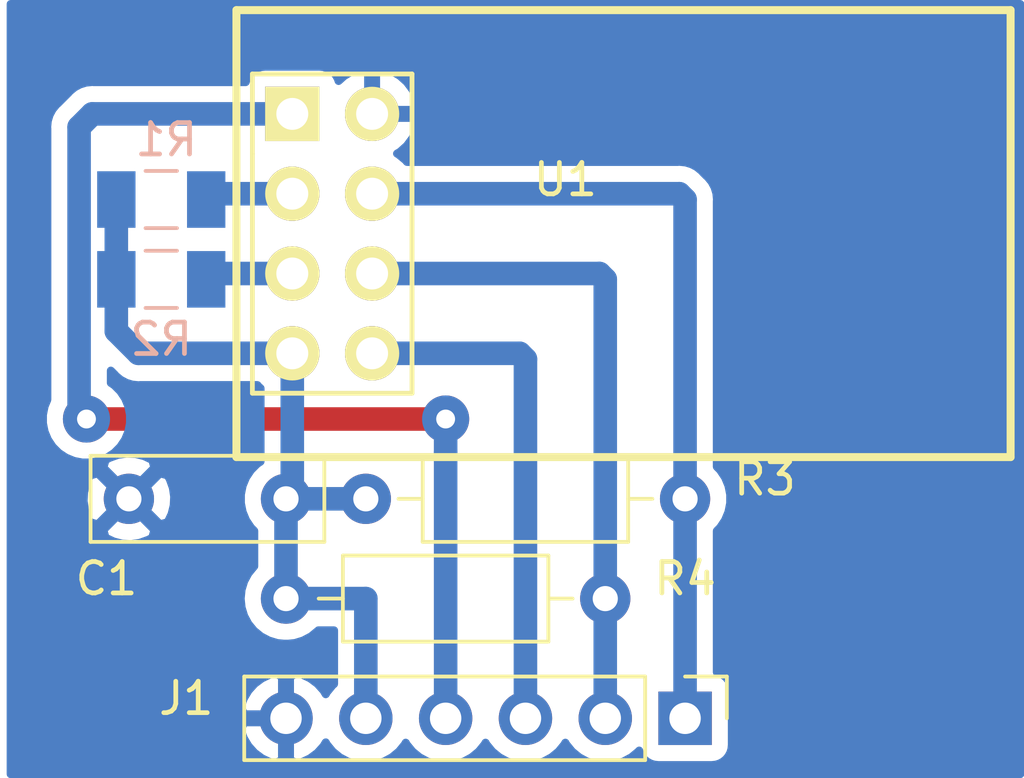
<source format=kicad_pcb>
(kicad_pcb (version 20171130) (host pcbnew "(5.0.0-rc2-58-gfc71fc647)")

  (general
    (thickness 1.6)
    (drawings 0)
    (tracks 34)
    (zones 0)
    (modules 7)
    (nets 9)
  )

  (page A4)
  (layers
    (0 F.Cu signal)
    (31 B.Cu signal)
    (32 B.Adhes user)
    (33 F.Adhes user)
    (34 B.Paste user)
    (35 F.Paste user)
    (36 B.SilkS user)
    (37 F.SilkS user)
    (38 B.Mask user)
    (39 F.Mask user)
    (40 Dwgs.User user hide)
    (41 Cmts.User user hide)
    (42 Eco1.User user hide)
    (43 Eco2.User user hide)
    (44 Edge.Cuts user hide)
    (45 Margin user hide)
    (46 B.CrtYd user)
    (47 F.CrtYd user)
    (48 B.Fab user)
    (49 F.Fab user)
  )

  (setup
    (last_trace_width 0.75)
    (trace_clearance 0.2)
    (zone_clearance 0.508)
    (zone_45_only no)
    (trace_min 0.2)
    (segment_width 0.2)
    (edge_width 0.15)
    (via_size 1.5)
    (via_drill 0.6)
    (via_min_size 0.4)
    (via_min_drill 0.3)
    (uvia_size 1.5)
    (uvia_drill 0.6)
    (uvias_allowed no)
    (uvia_min_size 0.2)
    (uvia_min_drill 0.1)
    (pcb_text_width 0.3)
    (pcb_text_size 1.5 1.5)
    (mod_edge_width 0.15)
    (mod_text_size 1 1)
    (mod_text_width 0.15)
    (pad_size 1.524 1.524)
    (pad_drill 0.762)
    (pad_to_mask_clearance 0.2)
    (aux_axis_origin 0 0)
    (visible_elements FFFFFF7F)
    (pcbplotparams
      (layerselection 0x010fc_ffffffff)
      (usegerberextensions false)
      (usegerberattributes false)
      (usegerberadvancedattributes false)
      (creategerberjobfile false)
      (excludeedgelayer true)
      (linewidth 0.010000)
      (plotframeref false)
      (viasonmask false)
      (mode 1)
      (useauxorigin false)
      (hpglpennumber 1)
      (hpglpenspeed 20)
      (hpglpendiameter 15.000000)
      (psnegative false)
      (psa4output false)
      (plotreference true)
      (plotvalue true)
      (plotinvisibletext false)
      (padsonsilk false)
      (subtractmaskfromsilk false)
      (outputformat 1)
      (mirror false)
      (drillshape 1)
      (scaleselection 1)
      (outputdirectory ""))
  )

  (net 0 "")
  (net 1 3V3)
  (net 2 "Net-(R1-Pad2)")
  (net 3 "Net-(R2-Pad2)")
  (net 4 SDA)
  (net 5 SCL)
  (net 6 hRX)
  (net 7 GND)
  (net 8 hTX)

  (net_class Default "To jest domyślna klasa połączeń."
    (clearance 0.2)
    (trace_width 0.75)
    (via_dia 1.5)
    (via_drill 0.6)
    (uvia_dia 1.5)
    (uvia_drill 0.6)
    (add_net 3V3)
    (add_net GND)
    (add_net "Net-(R1-Pad2)")
    (add_net "Net-(R2-Pad2)")
    (add_net SCL)
    (add_net SDA)
    (add_net hRX)
    (add_net hTX)
  )

  (module ESP8266:ESP-01 (layer F.Cu) (tedit 577EF889) (tstamp 5B2C3123)
    (at 162.125001 77.2845)
    (descr "Module, ESP-8266, ESP-01, 8 pin")
    (tags "Module ESP-8266 ESP8266")
    (path /5B0DB50F)
    (fp_text reference U1 (at 8.689999 2.0905) (layer F.SilkS)
      (effects (font (size 1 1) (thickness 0.15)))
    )
    (fp_text value ESP-01v090 (at 12.192 3.556) (layer F.Fab)
      (effects (font (size 1 1) (thickness 0.15)))
    )
    (fp_line (start -1.778 -3.302) (end 22.86 -3.302) (layer F.SilkS) (width 0.254))
    (fp_line (start 22.86 -3.302) (end 22.86 10.922) (layer F.SilkS) (width 0.254))
    (fp_line (start 22.86 10.922) (end -1.778 10.922) (layer F.SilkS) (width 0.254))
    (fp_line (start -1.778 10.922) (end -1.778 -3.302) (layer F.SilkS) (width 0.254))
    (fp_line (start -1.778 -3.302) (end 22.86 -3.302) (layer F.Fab) (width 0.05))
    (fp_line (start 22.86 -3.302) (end 22.86 10.922) (layer F.Fab) (width 0.05))
    (fp_line (start 22.86 10.922) (end -1.778 10.922) (layer F.Fab) (width 0.05))
    (fp_line (start -1.778 10.922) (end -1.778 -3.302) (layer F.Fab) (width 0.05))
    (fp_line (start 1.27 -1.27) (end -1.27 -1.27) (layer F.SilkS) (width 0.1524))
    (fp_line (start -1.27 -1.27) (end -1.27 1.27) (layer F.SilkS) (width 0.1524))
    (fp_line (start -1.75 -1.75) (end -1.75 9.4) (layer F.CrtYd) (width 0.05))
    (fp_line (start 4.3 -1.75) (end 4.3 9.4) (layer F.CrtYd) (width 0.05))
    (fp_line (start -1.75 -1.75) (end 4.3 -1.75) (layer F.CrtYd) (width 0.05))
    (fp_line (start -1.75 9.4) (end 4.3 9.4) (layer F.CrtYd) (width 0.05))
    (fp_line (start -1.27 1.27) (end -1.27 8.89) (layer F.SilkS) (width 0.1524))
    (fp_line (start -1.27 8.89) (end 3.81 8.89) (layer F.SilkS) (width 0.1524))
    (fp_line (start 3.81 8.89) (end 3.81 -1.27) (layer F.SilkS) (width 0.1524))
    (fp_line (start 3.81 -1.27) (end 1.27 -1.27) (layer F.SilkS) (width 0.1524))
    (pad 1 thru_hole rect (at 0 0) (size 1.7272 1.7272) (drill 1.016) (layers *.Cu *.Mask F.SilkS)
      (net 6 hRX))
    (pad 2 thru_hole oval (at 2.54 0) (size 1.7272 1.7272) (drill 1.016) (layers *.Cu *.Mask F.SilkS)
      (net 7 GND))
    (pad 3 thru_hole oval (at 0 2.54) (size 1.7272 1.7272) (drill 1.016) (layers *.Cu *.Mask F.SilkS)
      (net 2 "Net-(R1-Pad2)"))
    (pad 4 thru_hole oval (at 2.54 2.54) (size 1.7272 1.7272) (drill 1.016) (layers *.Cu *.Mask F.SilkS)
      (net 4 SDA))
    (pad 5 thru_hole oval (at 0 5.08) (size 1.7272 1.7272) (drill 1.016) (layers *.Cu *.Mask F.SilkS)
      (net 3 "Net-(R2-Pad2)"))
    (pad 6 thru_hole oval (at 2.54 5.08) (size 1.7272 1.7272) (drill 1.016) (layers *.Cu *.Mask F.SilkS)
      (net 5 SCL))
    (pad 7 thru_hole oval (at 0 7.62) (size 1.7272 1.7272) (drill 1.016) (layers *.Cu *.Mask F.SilkS)
      (net 1 3V3))
    (pad 8 thru_hole oval (at 2.54 7.62) (size 1.7272 1.7272) (drill 1.016) (layers *.Cu *.Mask F.SilkS)
      (net 8 hTX))
  )

  (module Resistor_SMD:R_1206_3216Metric (layer B.Cu) (tedit 5AC5DB74) (tstamp 5B2C4997)
    (at 157.955 82.55)
    (descr "Resistor SMD 1206 (3216 Metric), square (rectangular) end terminal, IPC_7351 nominal, (Body size source: http://www.tortai-tech.com/upload/download/2011102023233369053.pdf), generated with kicad-footprint-generator")
    (tags resistor)
    (path /5B1FDC54)
    (attr smd)
    (fp_text reference R2 (at 0 1.905) (layer B.SilkS)
      (effects (font (size 1 1) (thickness 0.15)) (justify mirror))
    )
    (fp_text value 10k (at -3.65 0.635) (layer B.Fab)
      (effects (font (size 1 1) (thickness 0.15)) (justify mirror))
    )
    (fp_text user %R (at -3.015 -0.635) (layer B.Fab)
      (effects (font (size 0.8 0.8) (thickness 0.12)) (justify mirror))
    )
    (fp_line (start 2.29 -1.15) (end -2.29 -1.15) (layer B.CrtYd) (width 0.05))
    (fp_line (start 2.29 1.15) (end 2.29 -1.15) (layer B.CrtYd) (width 0.05))
    (fp_line (start -2.29 1.15) (end 2.29 1.15) (layer B.CrtYd) (width 0.05))
    (fp_line (start -2.29 -1.15) (end -2.29 1.15) (layer B.CrtYd) (width 0.05))
    (fp_line (start -0.5 -0.91) (end 0.5 -0.91) (layer B.SilkS) (width 0.12))
    (fp_line (start -0.5 0.91) (end 0.5 0.91) (layer B.SilkS) (width 0.12))
    (fp_line (start 1.6 -0.8) (end -1.6 -0.8) (layer B.Fab) (width 0.1))
    (fp_line (start 1.6 0.8) (end 1.6 -0.8) (layer B.Fab) (width 0.1))
    (fp_line (start -1.6 0.8) (end 1.6 0.8) (layer B.Fab) (width 0.1))
    (fp_line (start -1.6 -0.8) (end -1.6 0.8) (layer B.Fab) (width 0.1))
    (pad 2 smd rect (at 1.43 0) (size 1.22 1.8) (layers B.Cu B.Paste B.Mask)
      (net 3 "Net-(R2-Pad2)"))
    (pad 1 smd rect (at -1.43 0) (size 1.22 1.8) (layers B.Cu B.Paste B.Mask)
      (net 1 3V3))
    (model ${KISYS3DMOD}/Resistor_SMD.3dshapes/R_1206_3216Metric.wrl
      (at (xyz 0 0 0))
      (scale (xyz 1 1 1))
      (rotate (xyz 0 0 0))
    )
  )

  (module Resistor_SMD:R_1206_3216Metric (layer B.Cu) (tedit 5AC5DB74) (tstamp 5B2C4987)
    (at 157.955 80.01)
    (descr "Resistor SMD 1206 (3216 Metric), square (rectangular) end terminal, IPC_7351 nominal, (Body size source: http://www.tortai-tech.com/upload/download/2011102023233369053.pdf), generated with kicad-footprint-generator")
    (tags resistor)
    (path /5B1FE147)
    (attr smd)
    (fp_text reference R1 (at 0.16 -1.905) (layer B.SilkS)
      (effects (font (size 1 1) (thickness 0.15)) (justify mirror))
    )
    (fp_text value 10k (at -3.65 0.635) (layer B.Fab)
      (effects (font (size 1 1) (thickness 0.15)) (justify mirror))
    )
    (fp_line (start -1.6 -0.8) (end -1.6 0.8) (layer B.Fab) (width 0.1))
    (fp_line (start -1.6 0.8) (end 1.6 0.8) (layer B.Fab) (width 0.1))
    (fp_line (start 1.6 0.8) (end 1.6 -0.8) (layer B.Fab) (width 0.1))
    (fp_line (start 1.6 -0.8) (end -1.6 -0.8) (layer B.Fab) (width 0.1))
    (fp_line (start -0.5 0.91) (end 0.5 0.91) (layer B.SilkS) (width 0.12))
    (fp_line (start -0.5 -0.91) (end 0.5 -0.91) (layer B.SilkS) (width 0.12))
    (fp_line (start -2.29 -1.15) (end -2.29 1.15) (layer B.CrtYd) (width 0.05))
    (fp_line (start -2.29 1.15) (end 2.29 1.15) (layer B.CrtYd) (width 0.05))
    (fp_line (start 2.29 1.15) (end 2.29 -1.15) (layer B.CrtYd) (width 0.05))
    (fp_line (start 2.29 -1.15) (end -2.29 -1.15) (layer B.CrtYd) (width 0.05))
    (fp_text user %R (at -3.015 -0.635) (layer B.Fab)
      (effects (font (size 0.8 0.8) (thickness 0.12)) (justify mirror))
    )
    (pad 1 smd rect (at -1.43 0) (size 1.22 1.8) (layers B.Cu B.Paste B.Mask)
      (net 1 3V3))
    (pad 2 smd rect (at 1.43 0) (size 1.22 1.8) (layers B.Cu B.Paste B.Mask)
      (net 2 "Net-(R1-Pad2)"))
    (model ${KISYS3DMOD}/Resistor_SMD.3dshapes/R_1206_3216Metric.wrl
      (at (xyz 0 0 0))
      (scale (xyz 1 1 1))
      (rotate (xyz 0 0 0))
    )
  )

  (module Capacitor_THT:C_Rect_L7.2mm_W2.5mm_P5.00mm_FKS2_FKP2_MKS2_MKP2 (layer F.Cu) (tedit 5AE50EF0) (tstamp 5B2C460C)
    (at 161.925 89.535 180)
    (descr "C, Rect series, Radial, pin pitch=5.00mm, , length*width=7.2*2.5mm^2, Capacitor, http://www.wima.com/EN/WIMA_FKS_2.pdf")
    (tags "C Rect series Radial pin pitch 5.00mm  length 7.2mm width 2.5mm Capacitor")
    (path /5B20244E)
    (fp_text reference C1 (at 5.715 -2.54 180) (layer F.SilkS)
      (effects (font (size 1 1) (thickness 0.15)))
    )
    (fp_text value 100nF (at 4.445 -3.81 180) (layer F.Fab)
      (effects (font (size 1 1) (thickness 0.15)))
    )
    (fp_line (start -1.1 -1.25) (end -1.1 1.25) (layer F.Fab) (width 0.1))
    (fp_line (start -1.1 1.25) (end 6.1 1.25) (layer F.Fab) (width 0.1))
    (fp_line (start 6.1 1.25) (end 6.1 -1.25) (layer F.Fab) (width 0.1))
    (fp_line (start 6.1 -1.25) (end -1.1 -1.25) (layer F.Fab) (width 0.1))
    (fp_line (start -1.22 -1.37) (end 6.22 -1.37) (layer F.SilkS) (width 0.12))
    (fp_line (start -1.22 1.37) (end 6.22 1.37) (layer F.SilkS) (width 0.12))
    (fp_line (start -1.22 -1.37) (end -1.22 1.37) (layer F.SilkS) (width 0.12))
    (fp_line (start 6.22 -1.37) (end 6.22 1.37) (layer F.SilkS) (width 0.12))
    (fp_line (start -1.35 -1.5) (end -1.35 1.5) (layer F.CrtYd) (width 0.05))
    (fp_line (start -1.35 1.5) (end 6.35 1.5) (layer F.CrtYd) (width 0.05))
    (fp_line (start 6.35 1.5) (end 6.35 -1.5) (layer F.CrtYd) (width 0.05))
    (fp_line (start 6.35 -1.5) (end -1.35 -1.5) (layer F.CrtYd) (width 0.05))
    (fp_text user %R (at 5.715 -2.54 180) (layer F.Fab)
      (effects (font (size 1 1) (thickness 0.15)))
    )
    (pad 1 thru_hole circle (at 0 0 180) (size 1.6 1.6) (drill 0.8) (layers *.Cu *.Mask)
      (net 1 3V3))
    (pad 2 thru_hole circle (at 5 0 180) (size 1.6 1.6) (drill 0.8) (layers *.Cu *.Mask)
      (net 7 GND))
    (model ${KISYS3DMOD}/Capacitor_THT.3dshapes/C_Rect_L7.2mm_W2.5mm_P5.00mm_FKS2_FKP2_MKS2_MKP2.wrl
      (at (xyz 0 0 0))
      (scale (xyz 1 1 1))
      (rotate (xyz 0 0 0))
    )
  )

  (module Resistor_THT:R_Axial_DIN0207_L6.3mm_D2.5mm_P10.16mm_Horizontal (layer F.Cu) (tedit 5AE5139B) (tstamp 5B2C3BAE)
    (at 172.085 92.71 180)
    (descr "Resistor, Axial_DIN0207 series, Axial, Horizontal, pin pitch=10.16mm, 0.25W = 1/4W, length*diameter=6.3*2.5mm^2, http://cdn-reichelt.de/documents/datenblatt/B400/1_4W%23YAG.pdf")
    (tags "Resistor Axial_DIN0207 series Axial Horizontal pin pitch 10.16mm 0.25W = 1/4W length 6.3mm diameter 2.5mm")
    (path /5B1FD5F4)
    (fp_text reference R4 (at -2.54 0.635 180) (layer F.SilkS)
      (effects (font (size 1 1) (thickness 0.15)))
    )
    (fp_text value 4k7 (at -2.54 -0.635 180) (layer F.Fab)
      (effects (font (size 1 1) (thickness 0.15)))
    )
    (fp_text user %R (at -2.54 0.635 180) (layer F.Fab)
      (effects (font (size 1 1) (thickness 0.15)))
    )
    (fp_line (start 11.21 -1.5) (end -1.05 -1.5) (layer F.CrtYd) (width 0.05))
    (fp_line (start 11.21 1.5) (end 11.21 -1.5) (layer F.CrtYd) (width 0.05))
    (fp_line (start -1.05 1.5) (end 11.21 1.5) (layer F.CrtYd) (width 0.05))
    (fp_line (start -1.05 -1.5) (end -1.05 1.5) (layer F.CrtYd) (width 0.05))
    (fp_line (start 9.12 0) (end 8.35 0) (layer F.SilkS) (width 0.12))
    (fp_line (start 1.04 0) (end 1.81 0) (layer F.SilkS) (width 0.12))
    (fp_line (start 8.35 -1.37) (end 1.81 -1.37) (layer F.SilkS) (width 0.12))
    (fp_line (start 8.35 1.37) (end 8.35 -1.37) (layer F.SilkS) (width 0.12))
    (fp_line (start 1.81 1.37) (end 8.35 1.37) (layer F.SilkS) (width 0.12))
    (fp_line (start 1.81 -1.37) (end 1.81 1.37) (layer F.SilkS) (width 0.12))
    (fp_line (start 10.16 0) (end 8.23 0) (layer F.Fab) (width 0.1))
    (fp_line (start 0 0) (end 1.93 0) (layer F.Fab) (width 0.1))
    (fp_line (start 8.23 -1.25) (end 1.93 -1.25) (layer F.Fab) (width 0.1))
    (fp_line (start 8.23 1.25) (end 8.23 -1.25) (layer F.Fab) (width 0.1))
    (fp_line (start 1.93 1.25) (end 8.23 1.25) (layer F.Fab) (width 0.1))
    (fp_line (start 1.93 -1.25) (end 1.93 1.25) (layer F.Fab) (width 0.1))
    (pad 2 thru_hole oval (at 10.16 0 180) (size 1.6 1.6) (drill 0.8) (layers *.Cu *.Mask)
      (net 1 3V3))
    (pad 1 thru_hole circle (at 0 0 180) (size 1.6 1.6) (drill 0.8) (layers *.Cu *.Mask)
      (net 5 SCL))
    (model ${KISYS3DMOD}/Resistor_THT.3dshapes/R_Axial_DIN0207_L6.3mm_D2.5mm_P10.16mm_Horizontal.wrl
      (at (xyz 0 0 0))
      (scale (xyz 1 1 1))
      (rotate (xyz 0 0 0))
    )
  )

  (module Resistor_THT:R_Axial_DIN0207_L6.3mm_D2.5mm_P10.16mm_Horizontal (layer F.Cu) (tedit 5AE5139B) (tstamp 5B2C3B98)
    (at 174.625 89.535 180)
    (descr "Resistor, Axial_DIN0207 series, Axial, Horizontal, pin pitch=10.16mm, 0.25W = 1/4W, length*diameter=6.3*2.5mm^2, http://cdn-reichelt.de/documents/datenblatt/B400/1_4W%23YAG.pdf")
    (tags "Resistor Axial_DIN0207 series Axial Horizontal pin pitch 10.16mm 0.25W = 1/4W length 6.3mm diameter 2.5mm")
    (path /5B1FD59B)
    (fp_text reference R3 (at -2.54 0.635 180) (layer F.SilkS)
      (effects (font (size 1 1) (thickness 0.15)))
    )
    (fp_text value 4k7 (at -2.54 -0.635 180) (layer F.Fab)
      (effects (font (size 1 1) (thickness 0.15)))
    )
    (fp_line (start 1.93 -1.25) (end 1.93 1.25) (layer F.Fab) (width 0.1))
    (fp_line (start 1.93 1.25) (end 8.23 1.25) (layer F.Fab) (width 0.1))
    (fp_line (start 8.23 1.25) (end 8.23 -1.25) (layer F.Fab) (width 0.1))
    (fp_line (start 8.23 -1.25) (end 1.93 -1.25) (layer F.Fab) (width 0.1))
    (fp_line (start 0 0) (end 1.93 0) (layer F.Fab) (width 0.1))
    (fp_line (start 10.16 0) (end 8.23 0) (layer F.Fab) (width 0.1))
    (fp_line (start 1.81 -1.37) (end 1.81 1.37) (layer F.SilkS) (width 0.12))
    (fp_line (start 1.81 1.37) (end 8.35 1.37) (layer F.SilkS) (width 0.12))
    (fp_line (start 8.35 1.37) (end 8.35 -1.37) (layer F.SilkS) (width 0.12))
    (fp_line (start 8.35 -1.37) (end 1.81 -1.37) (layer F.SilkS) (width 0.12))
    (fp_line (start 1.04 0) (end 1.81 0) (layer F.SilkS) (width 0.12))
    (fp_line (start 9.12 0) (end 8.35 0) (layer F.SilkS) (width 0.12))
    (fp_line (start -1.05 -1.5) (end -1.05 1.5) (layer F.CrtYd) (width 0.05))
    (fp_line (start -1.05 1.5) (end 11.21 1.5) (layer F.CrtYd) (width 0.05))
    (fp_line (start 11.21 1.5) (end 11.21 -1.5) (layer F.CrtYd) (width 0.05))
    (fp_line (start 11.21 -1.5) (end -1.05 -1.5) (layer F.CrtYd) (width 0.05))
    (fp_text user %R (at -2.54 0.635 180) (layer F.Fab)
      (effects (font (size 1 1) (thickness 0.15)))
    )
    (pad 1 thru_hole circle (at 0 0 180) (size 1.6 1.6) (drill 0.8) (layers *.Cu *.Mask)
      (net 4 SDA))
    (pad 2 thru_hole oval (at 10.16 0 180) (size 1.6 1.6) (drill 0.8) (layers *.Cu *.Mask)
      (net 1 3V3))
    (model ${KISYS3DMOD}/Resistor_THT.3dshapes/R_Axial_DIN0207_L6.3mm_D2.5mm_P10.16mm_Horizontal.wrl
      (at (xyz 0 0 0))
      (scale (xyz 1 1 1))
      (rotate (xyz 0 0 0))
    )
  )

  (module Connector_PinHeader_2.54mm:PinHeader_1x06_P2.54mm_Vertical (layer F.Cu) (tedit 59FED5CC) (tstamp 5B2C313D)
    (at 174.625 96.52 270)
    (descr "Through hole straight pin header, 1x06, 2.54mm pitch, single row")
    (tags "Through hole pin header THT 1x06 2.54mm single row")
    (path /5B1FF737)
    (fp_text reference J1 (at -0.635 15.875) (layer F.SilkS)
      (effects (font (size 1 1) (thickness 0.15)))
    )
    (fp_text value COM (at 0.635 16.51) (layer F.Fab)
      (effects (font (size 1 1) (thickness 0.15)))
    )
    (fp_line (start -0.635 -1.27) (end 1.27 -1.27) (layer F.Fab) (width 0.1))
    (fp_line (start 1.27 -1.27) (end 1.27 13.97) (layer F.Fab) (width 0.1))
    (fp_line (start 1.27 13.97) (end -1.27 13.97) (layer F.Fab) (width 0.1))
    (fp_line (start -1.27 13.97) (end -1.27 -0.635) (layer F.Fab) (width 0.1))
    (fp_line (start -1.27 -0.635) (end -0.635 -1.27) (layer F.Fab) (width 0.1))
    (fp_line (start -1.33 14.03) (end 1.33 14.03) (layer F.SilkS) (width 0.12))
    (fp_line (start -1.33 1.27) (end -1.33 14.03) (layer F.SilkS) (width 0.12))
    (fp_line (start 1.33 1.27) (end 1.33 14.03) (layer F.SilkS) (width 0.12))
    (fp_line (start -1.33 1.27) (end 1.33 1.27) (layer F.SilkS) (width 0.12))
    (fp_line (start -1.33 0) (end -1.33 -1.33) (layer F.SilkS) (width 0.12))
    (fp_line (start -1.33 -1.33) (end 0 -1.33) (layer F.SilkS) (width 0.12))
    (fp_line (start -1.8 -1.8) (end -1.8 14.5) (layer F.CrtYd) (width 0.05))
    (fp_line (start -1.8 14.5) (end 1.8 14.5) (layer F.CrtYd) (width 0.05))
    (fp_line (start 1.8 14.5) (end 1.8 -1.8) (layer F.CrtYd) (width 0.05))
    (fp_line (start 1.8 -1.8) (end -1.8 -1.8) (layer F.CrtYd) (width 0.05))
    (fp_text user %R (at -0.635 15.875) (layer F.Fab)
      (effects (font (size 1 1) (thickness 0.15)))
    )
    (pad 1 thru_hole rect (at 0 0 270) (size 1.7 1.7) (drill 1) (layers *.Cu *.Mask)
      (net 4 SDA))
    (pad 2 thru_hole oval (at 0 2.54 270) (size 1.7 1.7) (drill 1) (layers *.Cu *.Mask)
      (net 5 SCL))
    (pad 3 thru_hole oval (at 0 5.08 270) (size 1.7 1.7) (drill 1) (layers *.Cu *.Mask)
      (net 8 hTX))
    (pad 4 thru_hole oval (at 0 7.62 270) (size 1.7 1.7) (drill 1) (layers *.Cu *.Mask)
      (net 6 hRX))
    (pad 5 thru_hole oval (at 0 10.16 270) (size 1.7 1.7) (drill 1) (layers *.Cu *.Mask)
      (net 1 3V3))
    (pad 6 thru_hole oval (at 0 12.7 270) (size 1.7 1.7) (drill 1) (layers *.Cu *.Mask)
      (net 7 GND))
    (model ${KISYS3DMOD}/Connector_PinHeader_2.54mm.3dshapes/PinHeader_1x06_P2.54mm_Vertical.wrl
      (at (xyz 0 0 0))
      (scale (xyz 1 1 1))
      (rotate (xyz 0 0 0))
    )
  )

  (segment (start 156.525 82.55) (end 156.525 80.01) (width 0.75) (layer B.Cu) (net 1) (status 30))
  (segment (start 156.525 84.2) (end 156.525 82.55) (width 0.75) (layer B.Cu) (net 1) (status 20))
  (segment (start 157.2295 84.9045) (end 156.525 84.2) (width 0.75) (layer B.Cu) (net 1))
  (segment (start 162.125001 84.9045) (end 157.2295 84.9045) (width 0.75) (layer B.Cu) (net 1) (status 10))
  (segment (start 161.925 92.71) (end 164.465 92.71) (width 0.75) (layer B.Cu) (net 1))
  (segment (start 164.465 92.71) (end 164.465 96.52) (width 0.75) (layer B.Cu) (net 1))
  (segment (start 161.925 89.535) (end 161.925 92.71) (width 0.75) (layer B.Cu) (net 1))
  (segment (start 164.465 89.535) (end 161.925 89.535) (width 0.75) (layer B.Cu) (net 1))
  (segment (start 162.125001 89.334999) (end 161.925 89.535) (width 0.75) (layer B.Cu) (net 1))
  (segment (start 162.125001 84.9045) (end 162.125001 89.334999) (width 0.75) (layer B.Cu) (net 1))
  (segment (start 159.5705 79.8245) (end 159.385 80.01) (width 0.75) (layer B.Cu) (net 2) (status 30))
  (segment (start 162.125001 79.8245) (end 159.5705 79.8245) (width 0.75) (layer B.Cu) (net 2) (status 30))
  (segment (start 159.5705 82.3645) (end 159.385 82.55) (width 0.75) (layer B.Cu) (net 3) (status 30))
  (segment (start 162.125001 82.3645) (end 159.5705 82.3645) (width 0.75) (layer B.Cu) (net 3) (status 30))
  (segment (start 164.665001 79.8245) (end 174.4395 79.8245) (width 0.75) (layer B.Cu) (net 4) (status 10))
  (segment (start 174.625 80.01) (end 174.625 89.535) (width 0.75) (layer B.Cu) (net 4))
  (segment (start 174.4395 79.8245) (end 174.625 80.01) (width 0.75) (layer B.Cu) (net 4))
  (segment (start 174.625 89.535) (end 174.625 96.52) (width 0.75) (layer B.Cu) (net 4))
  (segment (start 164.665001 82.3645) (end 171.8995 82.3645) (width 0.75) (layer B.Cu) (net 5) (status 10))
  (segment (start 171.8995 82.3645) (end 172.085 82.55) (width 0.75) (layer B.Cu) (net 5))
  (segment (start 172.085 96.52) (end 172.085 92.71) (width 0.75) (layer B.Cu) (net 5))
  (segment (start 172.085 92.71) (end 172.085 82.55) (width 0.75) (layer B.Cu) (net 5))
  (segment (start 162.125001 77.2845) (end 155.7605 77.2845) (width 0.75) (layer B.Cu) (net 6) (status 10))
  (via (at 155.575 86.995) (size 1.5) (drill 0.6) (layers F.Cu B.Cu) (net 6))
  (segment (start 155.339999 86.759999) (end 155.575 86.995) (width 0.75) (layer B.Cu) (net 6))
  (segment (start 155.7605 77.2845) (end 155.339999 77.705001) (width 0.75) (layer B.Cu) (net 6))
  (segment (start 155.339999 77.705001) (end 155.339999 86.759999) (width 0.75) (layer B.Cu) (net 6))
  (via (at 167.005 86.995) (size 1.5) (drill 0.6) (layers F.Cu B.Cu) (net 6))
  (segment (start 155.575 86.995) (end 167.005 86.995) (width 0.75) (layer F.Cu) (net 6))
  (segment (start 167.005 88.05566) (end 167.005 96.52) (width 0.75) (layer B.Cu) (net 6))
  (segment (start 167.005 86.995) (end 167.005 88.05566) (width 0.75) (layer B.Cu) (net 6))
  (segment (start 164.665001 84.9045) (end 169.3595 84.9045) (width 0.75) (layer B.Cu) (net 8) (status 10))
  (segment (start 169.545 85.09) (end 169.545 96.52) (width 0.75) (layer B.Cu) (net 8))
  (segment (start 169.3595 84.9045) (end 169.545 85.09) (width 0.75) (layer B.Cu) (net 8))

  (zone (net 7) (net_name GND) (layer B.Cu) (tstamp 0) (hatch edge 0.508)
    (connect_pads (clearance 0.508))
    (min_thickness 0.254)
    (fill yes (mode segment) (arc_segments 32) (thermal_gap 0.508) (thermal_bridge_width 0.508))
    (polygon
      (pts
        (xy 153.035 73.66) (xy 185.42 73.66) (xy 185.42 98.425) (xy 153.035 98.425)
      )
    )
    (filled_polygon
      (pts
        (xy 185.293 98.298) (xy 153.162 98.298) (xy 153.162 96.876891) (xy 160.483519 96.876891) (xy 160.580843 97.151252)
        (xy 160.729822 97.401355) (xy 160.924731 97.617588) (xy 161.15808 97.791641) (xy 161.420901 97.916825) (xy 161.56811 97.961476)
        (xy 161.798 97.840155) (xy 161.798 96.647) (xy 160.604186 96.647) (xy 160.483519 96.876891) (xy 153.162 96.876891)
        (xy 153.162 96.163109) (xy 160.483519 96.163109) (xy 160.604186 96.393) (xy 161.798 96.393) (xy 161.798 95.199845)
        (xy 161.56811 95.078524) (xy 161.420901 95.123175) (xy 161.15808 95.248359) (xy 160.924731 95.422412) (xy 160.729822 95.638645)
        (xy 160.580843 95.888748) (xy 160.483519 96.163109) (xy 153.162 96.163109) (xy 153.162 90.527702) (xy 156.111903 90.527702)
        (xy 156.183486 90.771671) (xy 156.438996 90.892571) (xy 156.713184 90.9613) (xy 156.995512 90.975217) (xy 157.27513 90.933787)
        (xy 157.541292 90.838603) (xy 157.666514 90.771671) (xy 157.738097 90.527702) (xy 156.925 89.714605) (xy 156.111903 90.527702)
        (xy 153.162 90.527702) (xy 153.162 89.605512) (xy 155.484783 89.605512) (xy 155.526213 89.88513) (xy 155.621397 90.151292)
        (xy 155.688329 90.276514) (xy 155.932298 90.348097) (xy 156.745395 89.535) (xy 157.104605 89.535) (xy 157.917702 90.348097)
        (xy 158.161671 90.276514) (xy 158.282571 90.021004) (xy 158.3513 89.746816) (xy 158.365217 89.464488) (xy 158.323787 89.18487)
        (xy 158.228603 88.918708) (xy 158.161671 88.793486) (xy 157.917702 88.721903) (xy 157.104605 89.535) (xy 156.745395 89.535)
        (xy 155.932298 88.721903) (xy 155.688329 88.793486) (xy 155.567429 89.048996) (xy 155.4987 89.323184) (xy 155.484783 89.605512)
        (xy 153.162 89.605512) (xy 153.162 88.542298) (xy 156.111903 88.542298) (xy 156.925 89.355395) (xy 157.738097 88.542298)
        (xy 157.666514 88.298329) (xy 157.411004 88.177429) (xy 157.136816 88.1087) (xy 156.854488 88.094783) (xy 156.57487 88.136213)
        (xy 156.308708 88.231397) (xy 156.183486 88.298329) (xy 156.111903 88.542298) (xy 153.162 88.542298) (xy 153.162 86.858589)
        (xy 154.19 86.858589) (xy 154.19 87.131411) (xy 154.243225 87.398989) (xy 154.347629 87.651043) (xy 154.499201 87.877886)
        (xy 154.692114 88.070799) (xy 154.918957 88.222371) (xy 155.171011 88.326775) (xy 155.438589 88.38) (xy 155.711411 88.38)
        (xy 155.978989 88.326775) (xy 156.231043 88.222371) (xy 156.457886 88.070799) (xy 156.650799 87.877886) (xy 156.802371 87.651043)
        (xy 156.906775 87.398989) (xy 156.96 87.131411) (xy 156.96 86.858589) (xy 156.906775 86.591011) (xy 156.802371 86.338957)
        (xy 156.650799 86.112114) (xy 156.457886 85.919201) (xy 156.349999 85.847113) (xy 156.349999 85.453355) (xy 156.480243 85.583599)
        (xy 156.511867 85.622133) (xy 156.66566 85.748347) (xy 156.84112 85.842132) (xy 157.031506 85.899885) (xy 157.179892 85.9145)
        (xy 157.179901 85.9145) (xy 157.229499 85.919385) (xy 157.279097 85.9145) (xy 161.015233 85.9145) (xy 161.060204 85.969297)
        (xy 161.115001 86.014268) (xy 161.115002 88.350364) (xy 161.010241 88.420363) (xy 160.810363 88.620241) (xy 160.65332 88.855273)
        (xy 160.545147 89.116426) (xy 160.49 89.393665) (xy 160.49 89.676335) (xy 160.545147 89.953574) (xy 160.65332 90.214727)
        (xy 160.810363 90.449759) (xy 160.915 90.554396) (xy 160.915001 91.682506) (xy 160.905392 91.690392) (xy 160.726068 91.908899)
        (xy 160.592818 92.158192) (xy 160.510764 92.428691) (xy 160.483057 92.71) (xy 160.510764 92.991309) (xy 160.592818 93.261808)
        (xy 160.726068 93.511101) (xy 160.905392 93.729608) (xy 161.123899 93.908932) (xy 161.373192 94.042182) (xy 161.643691 94.124236)
        (xy 161.854508 94.145) (xy 161.995492 94.145) (xy 162.206309 94.124236) (xy 162.476808 94.042182) (xy 162.726101 93.908932)
        (xy 162.944608 93.729608) (xy 162.952493 93.72) (xy 163.455 93.72) (xy 163.455001 95.427825) (xy 163.409866 95.464866)
        (xy 163.224294 95.690986) (xy 163.189799 95.755523) (xy 163.120178 95.638645) (xy 162.925269 95.422412) (xy 162.69192 95.248359)
        (xy 162.429099 95.123175) (xy 162.28189 95.078524) (xy 162.052 95.199845) (xy 162.052 96.393) (xy 162.072 96.393)
        (xy 162.072 96.647) (xy 162.052 96.647) (xy 162.052 97.840155) (xy 162.28189 97.961476) (xy 162.429099 97.916825)
        (xy 162.69192 97.791641) (xy 162.925269 97.617588) (xy 163.120178 97.401355) (xy 163.189799 97.284477) (xy 163.224294 97.349014)
        (xy 163.409866 97.575134) (xy 163.635986 97.760706) (xy 163.893966 97.898599) (xy 164.173889 97.983513) (xy 164.39205 98.005)
        (xy 164.53795 98.005) (xy 164.756111 97.983513) (xy 165.036034 97.898599) (xy 165.294014 97.760706) (xy 165.520134 97.575134)
        (xy 165.705706 97.349014) (xy 165.735 97.294209) (xy 165.764294 97.349014) (xy 165.949866 97.575134) (xy 166.175986 97.760706)
        (xy 166.433966 97.898599) (xy 166.713889 97.983513) (xy 166.93205 98.005) (xy 167.07795 98.005) (xy 167.296111 97.983513)
        (xy 167.576034 97.898599) (xy 167.834014 97.760706) (xy 168.060134 97.575134) (xy 168.245706 97.349014) (xy 168.275 97.294209)
        (xy 168.304294 97.349014) (xy 168.489866 97.575134) (xy 168.715986 97.760706) (xy 168.973966 97.898599) (xy 169.253889 97.983513)
        (xy 169.47205 98.005) (xy 169.61795 98.005) (xy 169.836111 97.983513) (xy 170.116034 97.898599) (xy 170.374014 97.760706)
        (xy 170.600134 97.575134) (xy 170.785706 97.349014) (xy 170.815 97.294209) (xy 170.844294 97.349014) (xy 171.029866 97.575134)
        (xy 171.255986 97.760706) (xy 171.513966 97.898599) (xy 171.793889 97.983513) (xy 172.01205 98.005) (xy 172.15795 98.005)
        (xy 172.376111 97.983513) (xy 172.656034 97.898599) (xy 172.914014 97.760706) (xy 173.140134 97.575134) (xy 173.164607 97.545313)
        (xy 173.185498 97.61418) (xy 173.244463 97.724494) (xy 173.323815 97.821185) (xy 173.420506 97.900537) (xy 173.53082 97.959502)
        (xy 173.650518 97.995812) (xy 173.775 98.008072) (xy 175.475 98.008072) (xy 175.599482 97.995812) (xy 175.71918 97.959502)
        (xy 175.829494 97.900537) (xy 175.926185 97.821185) (xy 176.005537 97.724494) (xy 176.064502 97.61418) (xy 176.100812 97.494482)
        (xy 176.113072 97.37) (xy 176.113072 95.67) (xy 176.100812 95.545518) (xy 176.064502 95.42582) (xy 176.005537 95.315506)
        (xy 175.926185 95.218815) (xy 175.829494 95.139463) (xy 175.71918 95.080498) (xy 175.635 95.054962) (xy 175.635 90.554396)
        (xy 175.739637 90.449759) (xy 175.89668 90.214727) (xy 176.004853 89.953574) (xy 176.06 89.676335) (xy 176.06 89.393665)
        (xy 176.004853 89.116426) (xy 175.89668 88.855273) (xy 175.739637 88.620241) (xy 175.635 88.515604) (xy 175.635 80.059608)
        (xy 175.639886 80.01) (xy 175.620385 79.812006) (xy 175.562632 79.621621) (xy 175.562632 79.62162) (xy 175.468847 79.44616)
        (xy 175.342633 79.292367) (xy 175.304094 79.260739) (xy 175.188761 79.145406) (xy 175.157133 79.106867) (xy 175.00334 78.980653)
        (xy 174.82788 78.886868) (xy 174.637494 78.829115) (xy 174.489108 78.8145) (xy 174.4395 78.809614) (xy 174.389892 78.8145)
        (xy 165.774769 78.8145) (xy 165.729798 78.759703) (xy 165.501607 78.572431) (xy 165.457091 78.548637) (xy 165.553489 78.491317)
        (xy 165.771855 78.294793) (xy 165.947685 78.059444) (xy 166.074223 77.794314) (xy 166.119959 77.643526) (xy 165.998818 77.4115)
        (xy 164.792001 77.4115) (xy 164.792001 77.4315) (xy 164.538001 77.4315) (xy 164.538001 77.4115) (xy 164.518001 77.4115)
        (xy 164.518001 77.1575) (xy 164.538001 77.1575) (xy 164.538001 75.950036) (xy 164.792001 75.950036) (xy 164.792001 77.1575)
        (xy 165.998818 77.1575) (xy 166.119959 76.925474) (xy 166.074223 76.774686) (xy 165.947685 76.509556) (xy 165.771855 76.274207)
        (xy 165.553489 76.077683) (xy 165.300979 75.927536) (xy 165.024028 75.829537) (xy 164.792001 75.950036) (xy 164.538001 75.950036)
        (xy 164.305974 75.829537) (xy 164.029023 75.927536) (xy 163.776513 76.077683) (xy 163.597054 76.239192) (xy 163.578103 76.17672)
        (xy 163.519138 76.066406) (xy 163.439786 75.969715) (xy 163.343095 75.890363) (xy 163.232781 75.831398) (xy 163.113083 75.795088)
        (xy 162.988601 75.782828) (xy 161.261401 75.782828) (xy 161.136919 75.795088) (xy 161.017221 75.831398) (xy 160.906907 75.890363)
        (xy 160.810216 75.969715) (xy 160.730864 76.066406) (xy 160.671899 76.17672) (xy 160.642238 76.2745) (xy 155.810104 76.2745)
        (xy 155.760499 76.269614) (xy 155.710894 76.2745) (xy 155.710892 76.2745) (xy 155.562506 76.289115) (xy 155.37212 76.346868)
        (xy 155.19666 76.440653) (xy 155.042867 76.566867) (xy 155.011235 76.605411) (xy 154.660906 76.955739) (xy 154.622366 76.987368)
        (xy 154.496152 77.141161) (xy 154.419536 77.284501) (xy 154.402367 77.316622) (xy 154.344614 77.507007) (xy 154.325113 77.705001)
        (xy 154.329999 77.754609) (xy 154.33 86.381517) (xy 154.243225 86.591011) (xy 154.19 86.858589) (xy 153.162 86.858589)
        (xy 153.162 73.787) (xy 185.293 73.787)
      )
    )
    (fill_segments
      (pts (xy 153.162 73.787) (xy 185.293 73.787))
      (pts (xy 153.162 74.0283) (xy 185.293 74.0283))
      (pts (xy 153.162 74.2696) (xy 185.293 74.2696))
      (pts (xy 153.162 74.5109) (xy 185.293 74.5109))
      (pts (xy 153.162 74.7522) (xy 185.293 74.7522))
      (pts (xy 153.162 74.9935) (xy 185.293 74.9935))
      (pts (xy 153.162 75.2348) (xy 185.293 75.2348))
      (pts (xy 153.162 75.4761) (xy 185.293 75.4761))
      (pts (xy 153.162 75.7174) (xy 185.293 75.7174))
      (pts (xy 153.162 75.9587) (xy 160.823638 75.9587))
      (pts (xy 163.426365 75.9587) (xy 163.976613 75.9587))
      (pts (xy 164.538001 75.9587) (xy 164.792001 75.9587))
      (pts (xy 165.35339 75.9587) (xy 185.293 75.9587))
      (pts (xy 153.162 76.2) (xy 160.664838 76.2))
      (pts (xy 163.585166 76.2) (xy 163.640602 76.2))
      (pts (xy 164.538001 76.2) (xy 164.792001 76.2))
      (pts (xy 165.689401 76.2) (xy 185.293 76.2))
      (pts (xy 153.162 76.4413) (xy 155.195872 76.4413))
      (pts (xy 164.538001 76.4413) (xy 164.792001 76.4413))
      (pts (xy 165.896691 76.4413) (xy 185.293 76.4413))
      (pts (xy 153.162 76.6826) (xy 154.934046 76.6826))
      (pts (xy 164.538001 76.6826) (xy 164.792001 76.6826))
      (pts (xy 166.030274 76.6826) (xy 185.293 76.6826))
      (pts (xy 153.162 76.9239) (xy 154.692746 76.9239))
      (pts (xy 164.538001 76.9239) (xy 164.792001 76.9239))
      (pts (xy 166.119482 76.9239) (xy 185.293 76.9239))
      (pts (xy 153.162 77.1652) (xy 154.483304 77.1652))
      (pts (xy 164.518001 77.1652) (xy 185.293 77.1652))
      (pts (xy 153.162 77.4065) (xy 154.375103 77.4065))
      (pts (xy 164.518001 77.4065) (xy 185.293 77.4065))
      (pts (xy 153.162 77.6478) (xy 154.330747 77.6478))
      (pts (xy 166.118662 77.6478) (xy 185.293 77.6478))
      (pts (xy 153.162 77.8891) (xy 154.329999 77.8891))
      (pts (xy 166.028984 77.8891) (xy 185.293 77.8891))
      (pts (xy 153.162 78.1304) (xy 154.329999 78.1304))
      (pts (xy 165.894673 78.1304) (xy 185.293 78.1304))
      (pts (xy 153.162 78.3717) (xy 154.329999 78.3717))
      (pts (xy 165.6864 78.3717) (xy 185.293 78.3717))
      (pts (xy 153.162 78.613) (xy 154.329999 78.613))
      (pts (xy 165.551041 78.613) (xy 185.293 78.613))
      (pts (xy 153.162 78.8543) (xy 154.329999 78.8543))
      (pts (xy 174.720518 78.8543) (xy 185.293 78.8543))
      (pts (xy 153.162 79.0956) (xy 154.329999 79.0956))
      (pts (xy 175.143405 79.0956) (xy 185.293 79.0956))
      (pts (xy 153.162 79.3369) (xy 154.329999 79.3369))
      (pts (xy 175.379181 79.3369) (xy 185.293 79.3369))
      (pts (xy 153.162 79.5782) (xy 154.329999 79.5782))
      (pts (xy 175.539424 79.5782) (xy 185.293 79.5782))
      (pts (xy 153.162 79.8195) (xy 154.329999 79.8195))
      (pts (xy 175.621124 79.8195) (xy 185.293 79.8195))
      (pts (xy 153.162 80.0608) (xy 154.329999 80.0608))
      (pts (xy 175.635 80.0608) (xy 185.293 80.0608))
      (pts (xy 153.162 80.3021) (xy 154.329999 80.3021))
      (pts (xy 175.635 80.3021) (xy 185.293 80.3021))
      (pts (xy 153.162 80.5434) (xy 154.329999 80.5434))
      (pts (xy 175.635 80.5434) (xy 185.293 80.5434))
      (pts (xy 153.162 80.7847) (xy 154.329999 80.7847))
      (pts (xy 175.635 80.7847) (xy 185.293 80.7847))
      (pts (xy 153.162 81.026) (xy 154.329999 81.026))
      (pts (xy 175.635 81.026) (xy 185.293 81.026))
      (pts (xy 153.162 81.2673) (xy 154.329999 81.2673))
      (pts (xy 175.635 81.2673) (xy 185.293 81.2673))
      (pts (xy 153.162 81.5086) (xy 154.329999 81.5086))
      (pts (xy 175.635 81.5086) (xy 185.293 81.5086))
      (pts (xy 153.162 81.7499) (xy 154.329999 81.7499))
      (pts (xy 175.635 81.7499) (xy 185.293 81.7499))
      (pts (xy 153.162 81.9912) (xy 154.329999 81.9912))
      (pts (xy 175.635 81.9912) (xy 185.293 81.9912))
      (pts (xy 153.162 82.2325) (xy 154.329999 82.2325))
      (pts (xy 175.635 82.2325) (xy 185.293 82.2325))
      (pts (xy 153.162 82.4738) (xy 154.329999 82.4738))
      (pts (xy 175.635 82.4738) (xy 185.293 82.4738))
      (pts (xy 153.162 82.7151) (xy 154.329999 82.7151))
      (pts (xy 175.635 82.7151) (xy 185.293 82.7151))
      (pts (xy 153.162 82.9564) (xy 154.329999 82.9564))
      (pts (xy 175.635 82.9564) (xy 185.293 82.9564))
      (pts (xy 153.162 83.1977) (xy 154.329999 83.1977))
      (pts (xy 175.635 83.1977) (xy 185.293 83.1977))
      (pts (xy 153.162 83.439) (xy 154.329999 83.439))
      (pts (xy 175.635 83.439) (xy 185.293 83.439))
      (pts (xy 153.162 83.6803) (xy 154.329999 83.6803))
      (pts (xy 175.635 83.6803) (xy 185.293 83.6803))
      (pts (xy 153.162 83.9216) (xy 154.329999 83.9216))
      (pts (xy 175.635 83.9216) (xy 185.293 83.9216))
      (pts (xy 153.162 84.1629) (xy 154.329999 84.1629))
      (pts (xy 175.635 84.1629) (xy 185.293 84.1629))
      (pts (xy 153.162 84.4042) (xy 154.329999 84.4042))
      (pts (xy 175.635 84.4042) (xy 185.293 84.4042))
      (pts (xy 153.162 84.6455) (xy 154.329999 84.6455))
      (pts (xy 175.635 84.6455) (xy 185.293 84.6455))
      (pts (xy 153.162 84.8868) (xy 154.329999 84.8868))
      (pts (xy 175.635 84.8868) (xy 185.293 84.8868))
      (pts (xy 153.162 85.1281) (xy 154.329999 85.1281))
      (pts (xy 175.635 85.1281) (xy 185.293 85.1281))
      (pts (xy 153.162 85.3694) (xy 154.329999 85.3694))
      (pts (xy 175.635 85.3694) (xy 185.293 85.3694))
      (pts (xy 153.162 85.6107) (xy 154.329999 85.6107))
      (pts (xy 156.349999 85.6107) (xy 156.502484 85.6107))
      (pts (xy 175.635 85.6107) (xy 185.293 85.6107))
      (pts (xy 153.162 85.852) (xy 154.329999 85.852))
      (pts (xy 156.357313 85.852) (xy 156.87365 85.852))
      (pts (xy 175.635 85.852) (xy 185.293 85.852))
      (pts (xy 153.162 86.0933) (xy 154.329999 86.0933))
      (pts (xy 156.631985 86.0933) (xy 161.115001 86.0933))
      (pts (xy 175.635 86.0933) (xy 185.293 86.0933))
      (pts (xy 153.162 86.3346) (xy 154.329999 86.3346))
      (pts (xy 156.79946 86.3346) (xy 161.115001 86.3346))
      (pts (xy 175.635 86.3346) (xy 185.293 86.3346))
      (pts (xy 153.162 86.5759) (xy 154.249485 86.5759))
      (pts (xy 156.900516 86.5759) (xy 161.115001 86.5759))
      (pts (xy 175.635 86.5759) (xy 185.293 86.5759))
      (pts (xy 153.162 86.8172) (xy 154.198233 86.8172))
      (pts (xy 156.951768 86.8172) (xy 161.115001 86.8172))
      (pts (xy 175.635 86.8172) (xy 185.293 86.8172))
      (pts (xy 153.162 87.0585) (xy 154.19 87.0585))
      (pts (xy 156.96 87.0585) (xy 161.115001 87.0585))
      (pts (xy 175.635 87.0585) (xy 185.293 87.0585))
      (pts (xy 153.162 87.2998) (xy 154.223494 87.2998))
      (pts (xy 156.926505 87.2998) (xy 161.115001 87.2998))
      (pts (xy 175.635 87.2998) (xy 185.293 87.2998))
      (pts (xy 153.162 87.5411) (xy 154.302089 87.5411))
      (pts (xy 156.84791 87.5411) (xy 161.115001 87.5411))
      (pts (xy 175.635 87.5411) (xy 185.293 87.5411))
      (pts (xy 153.162 87.7824) (xy 154.435399 87.7824))
      (pts (xy 156.7146 87.7824) (xy 161.115001 87.7824))
      (pts (xy 175.635 87.7824) (xy 185.293 87.7824))
      (pts (xy 153.162 88.0237) (xy 154.645015 88.0237))
      (pts (xy 156.504985 88.0237) (xy 161.115001 88.0237))
      (pts (xy 175.635 88.0237) (xy 185.293 88.0237))
      (pts (xy 153.162 88.265) (xy 155.021872 88.265))
      (pts (xy 156.128127 88.265) (xy 156.245841 88.265))
      (pts (xy 157.596077 88.265) (xy 161.115001 88.265))
      (pts (xy 175.635 88.265) (xy 185.293 88.265))
      (pts (xy 153.162 88.5063) (xy 156.122466 88.5063))
      (pts (xy 157.727535 88.5063) (xy 160.924304 88.5063))
      (pts (xy 175.635 88.5063) (xy 185.293 88.5063))
      (pts (xy 153.162 88.7476) (xy 155.844718 88.7476))
      (pts (xy 155.957995 88.7476) (xy 156.317205 88.7476))
      (pts (xy 157.532795 88.7476) (xy 157.892005 88.7476))
      (pts (xy 158.005283 88.7476) (xy 160.725265 88.7476))
      (pts (xy 175.824736 88.7476) (xy 185.293 88.7476))
      (pts (xy 153.162 88.9889) (xy 155.595865 88.9889))
      (pts (xy 156.199295 88.9889) (xy 156.558505 88.9889))
      (pts (xy 157.291495 88.9889) (xy 157.650705 88.9889))
      (pts (xy 158.253705 88.9889) (xy 160.59797 88.9889))
      (pts (xy 175.952031 88.9889) (xy 185.293 88.9889))
      (pts (xy 153.162 89.2302) (xy 155.522008 89.2302))
      (pts (xy 156.440595 89.2302) (xy 156.799805 89.2302))
      (pts (xy 157.050195 89.2302) (xy 157.409405 89.2302))
      (pts (xy 158.330504 89.2302) (xy 160.522516 89.2302))
      (pts (xy 176.027485 89.2302) (xy 185.293 89.2302))
      (pts (xy 153.162 89.4715) (xy 155.491389 89.4715))
      (pts (xy 156.681895 89.4715) (xy 157.168105 89.4715))
      (pts (xy 158.364871 89.4715) (xy 160.49 89.4715))
      (pts (xy 176.06 89.4715) (xy 185.293 89.4715))
      (pts (xy 153.162 89.7128) (xy 155.500679 89.7128))
      (pts (xy 156.567595 89.7128) (xy 157.282405 89.7128))
      (pts (xy 158.352976 89.7128) (xy 160.497253 89.7128))
      (pts (xy 176.052746 89.7128) (xy 185.293 89.7128))
      (pts (xy 153.162 89.9541) (xy 155.550877 89.9541))
      (pts (xy 156.326295 89.9541) (xy 156.685505 89.9541))
      (pts (xy 157.164495 89.9541) (xy 157.523705 89.9541))
      (pts (xy 158.299341 89.9541) (xy 160.545364 89.9541))
      (pts (xy 176.004635 89.9541) (xy 185.293 89.9541))
      (pts (xy 153.162 90.1954) (xy 155.644973 90.1954))
      (pts (xy 156.084995 90.1954) (xy 156.444205 90.1954))
      (pts (xy 157.405795 90.1954) (xy 157.765005 90.1954))
      (pts (xy 158.200051 90.1954) (xy 160.645314 90.1954))
      (pts (xy 175.904685 90.1954) (xy 185.293 90.1954))
      (pts (xy 153.162 90.4367) (xy 156.202905 90.4367))
      (pts (xy 157.647095 90.4367) (xy 160.801637 90.4367))
      (pts (xy 175.748362 90.4367) (xy 185.293 90.4367))
      (pts (xy 153.162 90.678) (xy 156.156001 90.678))
      (pts (xy 157.693998 90.678) (xy 160.915 90.678))
      (pts (xy 175.635 90.678) (xy 185.293 90.678))
      (pts (xy 153.162 90.9193) (xy 156.545628 90.9193))
      (pts (xy 157.315639 90.9193) (xy 160.915 90.9193))
      (pts (xy 175.635 90.9193) (xy 185.293 90.9193))
      (pts (xy 153.162 91.1606) (xy 160.915 91.1606))
      (pts (xy 175.635 91.1606) (xy 185.293 91.1606))
      (pts (xy 153.162 91.4019) (xy 160.915 91.4019))
      (pts (xy 175.635 91.4019) (xy 185.293 91.4019))
      (pts (xy 153.162 91.6432) (xy 160.915 91.6432))
      (pts (xy 175.635 91.6432) (xy 185.293 91.6432))
      (pts (xy 153.162 91.8845) (xy 160.746092 91.8845))
      (pts (xy 175.635 91.8845) (xy 185.293 91.8845))
      (pts (xy 153.162 92.1258) (xy 160.610132 92.1258))
      (pts (xy 175.635 92.1258) (xy 185.293 92.1258))
      (pts (xy 153.162 92.3671) (xy 160.529448 92.3671))
      (pts (xy 175.635 92.3671) (xy 185.293 92.3671))
      (pts (xy 153.162 92.6084) (xy 160.493064 92.6084))
      (pts (xy 175.635 92.6084) (xy 185.293 92.6084))
      (pts (xy 153.162 92.8497) (xy 160.496816 92.8497))
      (pts (xy 175.635 92.8497) (xy 185.293 92.8497))
      (pts (xy 153.162 93.091) (xy 160.541004 93.091))
      (pts (xy 175.635 93.091) (xy 185.293 93.091))
      (pts (xy 153.162 93.3323) (xy 160.630496 93.3323))
      (pts (xy 175.635 93.3323) (xy 185.293 93.3323))
      (pts (xy 153.162 93.5736) (xy 160.777359 93.5736))
      (pts (xy 175.635 93.5736) (xy 185.293 93.5736))
      (pts (xy 153.162 93.8149) (xy 161.00932 93.8149))
      (pts (xy 162.840679 93.8149) (xy 163.455 93.8149))
      (pts (xy 175.635 93.8149) (xy 185.293 93.8149))
      (pts (xy 153.162 94.0562) (xy 161.419403 94.0562))
      (pts (xy 162.430596 94.0562) (xy 163.455 94.0562))
      (pts (xy 175.635 94.0562) (xy 185.293 94.0562))
      (pts (xy 153.162 94.2975) (xy 163.455 94.2975))
      (pts (xy 175.635 94.2975) (xy 185.293 94.2975))
      (pts (xy 153.162 94.5388) (xy 163.455 94.5388))
      (pts (xy 175.635 94.5388) (xy 185.293 94.5388))
      (pts (xy 153.162 94.7801) (xy 163.455 94.7801))
      (pts (xy 175.635 94.7801) (xy 185.293 94.7801))
      (pts (xy 153.162 95.0214) (xy 163.455 95.0214))
      (pts (xy 175.635 95.0214) (xy 185.293 95.0214))
      (pts (xy 153.162 95.2627) (xy 161.138854 95.2627))
      (pts (xy 161.798 95.2627) (xy 162.052 95.2627))
      (pts (xy 162.711147 95.2627) (xy 163.455 95.2627))
      (pts (xy 175.962201 95.2627) (xy 185.293 95.2627))
      (pts (xy 153.162 95.504) (xy 160.851189 95.504))
      (pts (xy 161.798 95.504) (xy 162.052 95.504))
      (pts (xy 162.998812 95.504) (xy 163.37775 95.504))
      (pts (xy 176.088218 95.504) (xy 185.293 95.504))
      (pts (xy 153.162 95.7453) (xy 160.666291 95.7453))
      (pts (xy 161.798 95.7453) (xy 162.052 95.7453))
      (pts (xy 163.18371 95.7453) (xy 163.195264 95.7453))
      (pts (xy 176.113072 95.7453) (xy 185.293 95.7453))
      (pts (xy 153.162 95.9866) (xy 160.546132 95.9866))
      (pts (xy 161.798 95.9866) (xy 162.052 95.9866))
      (pts (xy 176.113072 95.9866) (xy 185.293 95.9866))
      (pts (xy 153.162 96.2279) (xy 160.517527 96.2279))
      (pts (xy 161.798 96.2279) (xy 162.052 96.2279))
      (pts (xy 176.113072 96.2279) (xy 185.293 96.2279))
      (pts (xy 153.162 96.4692) (xy 162.072 96.4692))
      (pts (xy 176.113072 96.4692) (xy 185.293 96.4692))
      (pts (xy 153.162 96.7105) (xy 160.570856 96.7105))
      (pts (xy 161.798 96.7105) (xy 162.052 96.7105))
      (pts (xy 176.113072 96.7105) (xy 185.293 96.7105))
      (pts (xy 153.162 96.9518) (xy 160.510091 96.9518))
      (pts (xy 161.798 96.9518) (xy 162.052 96.9518))
      (pts (xy 176.113072 96.9518) (xy 185.293 96.9518))
      (pts (xy 153.162 97.1931) (xy 160.60577 97.1931))
      (pts (xy 161.798 97.1931) (xy 162.052 97.1931))
      (pts (xy 176.113072 97.1931) (xy 185.293 97.1931))
      (pts (xy 153.162 97.4344) (xy 160.759608 97.4344))
      (pts (xy 161.798 97.4344) (xy 162.052 97.4344))
      (pts (xy 163.090391 97.4344) (xy 163.294368 97.4344))
      (pts (xy 165.635631 97.4344) (xy 165.834368 97.4344))
      (pts (xy 168.175631 97.4344) (xy 168.374368 97.4344))
      (pts (xy 170.715631 97.4344) (xy 170.914368 97.4344))
      (pts (xy 176.106729 97.4344) (xy 185.293 97.4344))
      (pts (xy 153.162 97.6757) (xy 161.00264 97.6757))
      (pts (xy 161.798 97.6757) (xy 162.052 97.6757))
      (pts (xy 162.847359 97.6757) (xy 163.532405 97.6757))
      (pts (xy 165.397594 97.6757) (xy 166.072405 97.6757))
      (pts (xy 167.937594 97.6757) (xy 168.612405 97.6757))
      (pts (xy 170.477594 97.6757) (xy 171.152405 97.6757))
      (pts (xy 173.017594 97.6757) (xy 173.218381 97.6757))
      (pts (xy 176.031618 97.6757) (xy 185.293 97.6757))
      (pts (xy 153.162 97.917) (xy 161.421477 97.917))
      (pts (xy 161.652387 97.917) (xy 162.197612 97.917))
      (pts (xy 162.428522 97.917) (xy 163.954625 97.917))
      (pts (xy 164.975374 97.917) (xy 166.494625 97.917))
      (pts (xy 167.515374 97.917) (xy 169.034625 97.917))
      (pts (xy 170.055374 97.917) (xy 171.574625 97.917))
      (pts (xy 172.595374 97.917) (xy 173.451305 97.917))
      (pts (xy 175.798694 97.917) (xy 185.293 97.917))
      (pts (xy 153.162 98.1583) (xy 185.293 98.1583))
      (pts (xy 185.293 73.787) (xy 185.293 98.298))
      (pts (xy 185.0517 73.787) (xy 185.0517 98.298))
      (pts (xy 184.8104 73.787) (xy 184.8104 98.298))
      (pts (xy 184.5691 73.787) (xy 184.5691 98.298))
      (pts (xy 184.3278 73.787) (xy 184.3278 98.298))
      (pts (xy 184.0865 73.787) (xy 184.0865 98.298))
      (pts (xy 183.8452 73.787) (xy 183.8452 98.298))
      (pts (xy 183.6039 73.787) (xy 183.6039 98.298))
      (pts (xy 183.3626 73.787) (xy 183.3626 98.298))
      (pts (xy 183.1213 73.787) (xy 183.1213 98.298))
      (pts (xy 182.88 73.787) (xy 182.88 98.298))
      (pts (xy 182.6387 73.787) (xy 182.6387 98.298))
      (pts (xy 182.3974 73.787) (xy 182.3974 98.298))
      (pts (xy 182.1561 73.787) (xy 182.1561 98.298))
      (pts (xy 181.9148 73.787) (xy 181.9148 98.298))
      (pts (xy 181.6735 73.787) (xy 181.6735 98.298))
      (pts (xy 181.4322 73.787) (xy 181.4322 98.298))
      (pts (xy 181.1909 73.787) (xy 181.1909 98.298))
      (pts (xy 180.9496 73.787) (xy 180.9496 98.298))
      (pts (xy 180.7083 73.787) (xy 180.7083 98.298))
      (pts (xy 180.467 73.787) (xy 180.467 98.298))
      (pts (xy 180.2257 73.787) (xy 180.2257 98.298))
      (pts (xy 179.9844 73.787) (xy 179.9844 98.298))
      (pts (xy 179.7431 73.787) (xy 179.7431 98.298))
      (pts (xy 179.5018 73.787) (xy 179.5018 98.298))
      (pts (xy 179.2605 73.787) (xy 179.2605 98.298))
      (pts (xy 179.0192 73.787) (xy 179.0192 98.298))
      (pts (xy 178.7779 73.787) (xy 178.7779 98.298))
      (pts (xy 178.5366 73.787) (xy 178.5366 98.298))
      (pts (xy 178.2953 73.787) (xy 178.2953 98.298))
      (pts (xy 178.054 73.787) (xy 178.054 98.298))
      (pts (xy 177.8127 73.787) (xy 177.8127 98.298))
      (pts (xy 177.5714 73.787) (xy 177.5714 98.298))
      (pts (xy 177.3301 73.787) (xy 177.3301 98.298))
      (pts (xy 177.0888 73.787) (xy 177.0888 98.298))
      (pts (xy 176.8475 73.787) (xy 176.8475 98.298))
      (pts (xy 176.6062 73.787) (xy 176.6062 98.298))
      (pts (xy 176.3649 73.787) (xy 176.3649 98.298))
      (pts (xy 176.1236 73.787) (xy 176.1236 98.298))
      (pts (xy 175.8823 73.787) (xy 175.8823 88.833752))
      (pts (xy 175.8823 90.236249) (xy 175.8823 95.1828))
      (pts (xy 175.8823 97.857201) (xy 175.8823 98.298))
      (pts (xy 175.641 73.787) (xy 175.641 88.521604))
      (pts (xy 175.641 90.548396) (xy 175.641 95.056783))
      (pts (xy 175.641 97.983218) (xy 175.641 98.298))
      (pts (xy 175.3997 73.787) (xy 175.3997 79.361904))
      (pts (xy 175.3997 98.008072) (xy 175.3997 98.298))
      (pts (xy 175.1584 73.787) (xy 175.1584 79.108411))
      (pts (xy 175.1584 98.008072) (xy 175.1584 98.298))
      (pts (xy 174.9171 73.787) (xy 174.9171 78.934557))
      (pts (xy 174.9171 98.008072) (xy 174.9171 98.298))
      (pts (xy 174.6758 73.787) (xy 174.6758 78.840736))
      (pts (xy 174.6758 98.008072) (xy 174.6758 98.298))
      (pts (xy 174.4345 73.787) (xy 174.4345 78.810106))
      (pts (xy 174.4345 98.008072) (xy 174.4345 98.298))
      (pts (xy 174.1932 73.787) (xy 174.1932 78.8145))
      (pts (xy 174.1932 98.008072) (xy 174.1932 98.298))
      (pts (xy 173.9519 73.787) (xy 173.9519 78.8145))
      (pts (xy 173.9519 98.008072) (xy 173.9519 98.298))
      (pts (xy 173.7106 73.787) (xy 173.7106 78.8145))
      (pts (xy 173.7106 98.001729) (xy 173.7106 98.298))
      (pts (xy 173.4693 73.787) (xy 173.4693 78.8145))
      (pts (xy 173.4693 97.926618) (xy 173.4693 98.298))
      (pts (xy 173.228 73.787) (xy 173.228 78.8145))
      (pts (xy 173.228 97.693694) (xy 173.228 98.298))
      (pts (xy 172.9867 73.787) (xy 172.9867 78.8145))
      (pts (xy 172.9867 97.701055) (xy 172.9867 98.298))
      (pts (xy 172.7454 73.787) (xy 172.7454 78.8145))
      (pts (xy 172.7454 97.850832) (xy 172.7454 98.298))
      (pts (xy 172.5041 73.787) (xy 172.5041 78.8145))
      (pts (xy 172.5041 97.944688) (xy 172.5041 98.298))
      (pts (xy 172.2628 73.787) (xy 172.2628 78.8145))
      (pts (xy 172.2628 97.994674) (xy 172.2628 98.298))
      (pts (xy 172.0215 73.787) (xy 172.0215 78.8145))
      (pts (xy 172.0215 98.005) (xy 172.0215 98.298))
      (pts (xy 171.7802 73.787) (xy 171.7802 78.8145))
      (pts (xy 171.7802 97.97936) (xy 171.7802 98.298))
      (pts (xy 171.5389 73.787) (xy 171.5389 78.8145))
      (pts (xy 171.5389 97.906162) (xy 171.5389 98.298))
      (pts (xy 171.2976 73.787) (xy 171.2976 78.8145))
      (pts (xy 171.2976 97.782949) (xy 171.2976 98.298))
      (pts (xy 171.0563 73.787) (xy 171.0563 78.8145))
      (pts (xy 171.0563 97.596827) (xy 171.0563 98.298))
      (pts (xy 170.815 73.787) (xy 170.815 78.8145))
      (pts (xy 170.815 97.294209) (xy 170.815 98.298))
      (pts (xy 170.5737 73.787) (xy 170.5737 78.8145))
      (pts (xy 170.5737 97.596828) (xy 170.5737 98.298))
      (pts (xy 170.3324 73.787) (xy 170.3324 78.8145))
      (pts (xy 170.3324 97.78295) (xy 170.3324 98.298))
      (pts (xy 170.0911 73.787) (xy 170.0911 78.8145))
      (pts (xy 170.0911 97.906163) (xy 170.0911 98.298))
      (pts (xy 169.8498 73.787) (xy 169.8498 78.8145))
      (pts (xy 169.8498 97.979361) (xy 169.8498 98.298))
      (pts (xy 169.6085 73.787) (xy 169.6085 78.8145))
      (pts (xy 169.6085 98.005) (xy 169.6085 98.298))
      (pts (xy 169.3672 73.787) (xy 169.3672 78.8145))
      (pts (xy 169.3672 97.994673) (xy 169.3672 98.298))
      (pts (xy 169.1259 73.787) (xy 169.1259 78.8145))
      (pts (xy 169.1259 97.944687) (xy 169.1259 98.298))
      (pts (xy 168.8846 73.787) (xy 168.8846 78.8145))
      (pts (xy 168.8846 97.850831) (xy 168.8846 98.298))
      (pts (xy 168.6433 73.787) (xy 168.6433 78.8145))
      (pts (xy 168.6433 97.701054) (xy 168.6433 98.298))
      (pts (xy 168.402 73.787) (xy 168.402 78.8145))
      (pts (xy 168.402 97.468069) (xy 168.402 98.298))
      (pts (xy 168.1607 73.787) (xy 168.1607 78.8145))
      (pts (xy 168.1607 97.452595) (xy 168.1607 98.298))
      (pts (xy 167.9194 73.787) (xy 167.9194 78.8145))
      (pts (xy 167.9194 97.690632) (xy 167.9194 98.298))
      (pts (xy 167.6781 73.787) (xy 167.6781 78.8145))
      (pts (xy 167.6781 97.844044) (xy 167.6781 98.298))
      (pts (xy 167.4368 73.787) (xy 167.4368 78.8145))
      (pts (xy 167.4368 97.940836) (xy 167.4368 98.298))
      (pts (xy 167.1955 73.787) (xy 167.1955 78.8145))
      (pts (xy 167.1955 97.993423) (xy 167.1955 98.298))
      (pts (xy 166.9542 73.787) (xy 166.9542 78.8145))
      (pts (xy 166.9542 98.005) (xy 166.9542 98.298))
      (pts (xy 166.7129 73.787) (xy 166.7129 78.8145))
      (pts (xy 166.7129 97.983212) (xy 166.7129 98.298))
      (pts (xy 166.4716 73.787) (xy 166.4716 78.8145))
      (pts (xy 166.4716 97.910015) (xy 166.4716 98.298))
      (pts (xy 166.2303 73.787) (xy 166.2303 78.8145))
      (pts (xy 166.2303 97.789737) (xy 166.2303 98.298))
      (pts (xy 165.989 73.787) (xy 165.989 76.596122))
      (pts (xy 165.989 77.1575) (xy 165.989 77.4115))
      (pts (xy 165.989 77.972879) (xy 165.989 78.8145))
      (pts (xy 165.989 97.60725) (xy 165.989 98.298))
      (pts (xy 165.7477 73.787) (xy 165.7477 76.252469))
      (pts (xy 165.7477 77.1575) (xy 165.7477 77.4115))
      (pts (xy 165.7477 78.316532) (xy 165.7477 78.781517))
      (pts (xy 165.7477 97.317968) (xy 165.7477 98.298))
      (pts (xy 165.5064 73.787) (xy 165.5064 76.049684))
      (pts (xy 165.5064 77.1575) (xy 165.5064 77.4115))
      (pts (xy 165.5064 78.519317) (xy 165.5064 78.576365))
      (pts (xy 165.5064 97.586406) (xy 165.5064 98.298))
      (pts (xy 165.2651 73.787) (xy 165.2651 75.914841))
      (pts (xy 165.2651 77.1575) (xy 165.2651 77.4115))
      (pts (xy 165.2651 97.776161) (xy 165.2651 98.298))
      (pts (xy 165.0238 73.787) (xy 165.0238 75.829655))
      (pts (xy 165.0238 77.1575) (xy 165.0238 77.4115))
      (pts (xy 165.0238 97.902311) (xy 165.0238 98.298))
      (pts (xy 164.7825 73.787) (xy 164.7825 75.950036))
      (pts (xy 164.7825 75.950036) (xy 164.7825 77.4315))
      (pts (xy 164.7825 97.975508) (xy 164.7825 98.298))
      (pts (xy 164.5412 73.787) (xy 164.5412 75.950036))
      (pts (xy 164.5412 75.950036) (xy 164.5412 77.4315))
      (pts (xy 164.5412 98.00468) (xy 164.5412 98.298))
      (pts (xy 164.2999 73.787) (xy 164.2999 75.831686))
      (pts (xy 164.2999 97.995924) (xy 164.2999 98.298))
      (pts (xy 164.0586 73.787) (xy 164.0586 75.91707))
      (pts (xy 164.0586 97.94854) (xy 164.0586 98.298))
      (pts (xy 163.8173 73.787) (xy 163.8173 76.05343))
      (pts (xy 163.8173 97.85762) (xy 163.8173 98.298))
      (pts (xy 163.576 73.787) (xy 163.576 76.172786))
      (pts (xy 163.576 97.711476) (xy 163.576 98.298))
      (pts (xy 163.3347 73.787) (xy 163.3347 75.885876))
      (pts (xy 163.3347 93.72) (xy 163.3347 95.556455))
      (pts (xy 163.3347 97.483544) (xy 163.3347 98.298))
      (pts (xy 163.0934 73.787) (xy 163.0934 75.79315))
      (pts (xy 163.0934 93.72) (xy 163.0934 95.608938))
      (pts (xy 163.0934 97.431063) (xy 163.0934 98.298))
      (pts (xy 162.8521 73.787) (xy 162.8521 75.782828))
      (pts (xy 162.8521 93.805528) (xy 162.8521 95.367836))
      (pts (xy 162.8521 97.672165) (xy 162.8521 98.298))
      (pts (xy 162.6108 73.787) (xy 162.6108 75.782828))
      (pts (xy 162.6108 93.970562) (xy 162.6108 95.209721))
      (pts (xy 162.6108 97.83028) (xy 162.6108 98.298))
      (pts (xy 162.3695 73.787) (xy 162.3695 75.782828))
      (pts (xy 162.3695 94.074734) (xy 162.3695 95.105098))
      (pts (xy 162.3695 97.934903) (xy 162.3695 98.298))
      (pts (xy 162.1282 73.787) (xy 162.1282 75.782828))
      (pts (xy 162.1282 94.13193) (xy 162.1282 95.159631))
      (pts (xy 162.1282 97.880368) (xy 162.1282 98.298))
      (pts (xy 161.8869 73.787) (xy 161.8869 75.782828))
      (pts (xy 161.8869 94.145) (xy 161.8869 98.298))
      (pts (xy 161.6456 73.787) (xy 161.6456 75.782828))
      (pts (xy 161.6456 94.124424) (xy 161.6456 95.119419))
      (pts (xy 161.6456 96.393) (xy 161.6456 96.647))
      (pts (xy 161.6456 97.920582) (xy 161.6456 98.298))
      (pts (xy 161.4043 73.787) (xy 161.4043 75.782828))
      (pts (xy 161.4043 94.051618) (xy 161.4043 95.131082))
      (pts (xy 161.4043 96.393) (xy 161.4043 96.647))
      (pts (xy 161.4043 97.908917) (xy 161.4043 98.298))
      (pts (xy 161.163 73.787) (xy 161.163 75.792519))
      (pts (xy 161.163 93.929831) (xy 161.163 95.246015))
      (pts (xy 161.163 96.393) (xy 161.163 96.647))
      (pts (xy 161.163 97.793984) (xy 161.163 98.298))
      (pts (xy 160.9217 73.787) (xy 160.9217 75.882455))
      (pts (xy 160.9217 85.9145) (xy 160.9217 88.508904))
      (pts (xy 160.9217 93.742991) (xy 160.9217 95.425774))
      (pts (xy 160.9217 96.393) (xy 160.9217 96.647))
      (pts (xy 160.9217 97.614225) (xy 160.9217 98.298))
      (pts (xy 160.6804 73.787) (xy 160.6804 76.160816))
      (pts (xy 160.6804 85.9145) (xy 160.6804 88.814744))
      (pts (xy 160.6804 90.255255) (xy 160.6804 91.994337))
      (pts (xy 160.6804 93.425662) (xy 160.6804 95.721613))
      (pts (xy 160.6804 96.393) (xy 160.6804 96.647))
      (pts (xy 160.6804 97.318386) (xy 160.6804 98.298))
      (pts (xy 160.4391 73.787) (xy 160.4391 76.2745))
      (pts (xy 160.4391 85.9145) (xy 160.4391 96.163109))
      (pts (xy 160.4391 96.163109) (xy 160.4391 96.876891))
      (pts (xy 160.4391 96.876891) (xy 160.4391 98.298))
      (pts (xy 160.1978 73.787) (xy 160.1978 76.2745))
      (pts (xy 160.1978 85.9145) (xy 160.1978 96.163109))
      (pts (xy 160.1978 96.163109) (xy 160.1978 96.876891))
      (pts (xy 160.1978 96.876891) (xy 160.1978 98.298))
      (pts (xy 159.9565 73.787) (xy 159.9565 76.2745))
      (pts (xy 159.9565 85.9145) (xy 159.9565 96.163109))
      (pts (xy 159.9565 96.163109) (xy 159.9565 96.876891))
      (pts (xy 159.9565 96.876891) (xy 159.9565 98.298))
      (pts (xy 159.7152 73.787) (xy 159.7152 76.2745))
      (pts (xy 159.7152 85.9145) (xy 159.7152 96.163109))
      (pts (xy 159.7152 96.163109) (xy 159.7152 96.876891))
      (pts (xy 159.7152 96.876891) (xy 159.7152 98.298))
      (pts (xy 159.4739 73.787) (xy 159.4739 76.2745))
      (pts (xy 159.4739 85.9145) (xy 159.4739 96.163109))
      (pts (xy 159.4739 96.163109) (xy 159.4739 96.876891))
      (pts (xy 159.4739 96.876891) (xy 159.4739 98.298))
      (pts (xy 159.2326 73.787) (xy 159.2326 76.2745))
      (pts (xy 159.2326 85.9145) (xy 159.2326 96.163109))
      (pts (xy 159.2326 96.163109) (xy 159.2326 96.876891))
      (pts (xy 159.2326 96.876891) (xy 159.2326 98.298))
      (pts (xy 158.9913 73.787) (xy 158.9913 76.2745))
      (pts (xy 158.9913 85.9145) (xy 158.9913 96.163109))
      (pts (xy 158.9913 96.163109) (xy 158.9913 96.876891))
      (pts (xy 158.9913 96.876891) (xy 158.9913 98.298))
      (pts (xy 158.75 73.787) (xy 158.75 76.2745))
      (pts (xy 158.75 85.9145) (xy 158.75 96.163109))
      (pts (xy 158.75 96.163109) (xy 158.75 96.876891))
      (pts (xy 158.75 96.876891) (xy 158.75 98.298))
      (pts (xy 158.5087 73.787) (xy 158.5087 76.2745))
      (pts (xy 158.5087 85.9145) (xy 158.5087 96.163109))
      (pts (xy 158.5087 96.163109) (xy 158.5087 96.876891))
      (pts (xy 158.5087 96.876891) (xy 158.5087 98.298))
      (pts (xy 158.2674 73.787) (xy 158.2674 76.2745))
      (pts (xy 158.2674 85.9145) (xy 158.2674 89.027196))
      (pts (xy 158.2674 90.053067) (xy 158.2674 96.163109))
      (pts (xy 158.2674 96.163109) (xy 158.2674 96.876891))
      (pts (xy 158.2674 96.876891) (xy 158.2674 98.298))
      (pts (xy 158.0261 73.787) (xy 158.0261 76.2745))
      (pts (xy 158.0261 85.9145) (xy 158.0261 88.753709))
      (pts (xy 158.0261 90.316292) (xy 158.0261 96.163109))
      (pts (xy 158.0261 96.163109) (xy 158.0261 96.876891))
      (pts (xy 158.0261 96.876891) (xy 158.0261 98.298))
      (pts (xy 157.7848 73.787) (xy 157.7848 76.2745))
      (pts (xy 157.7848 85.9145) (xy 157.7848 88.854805))
      (pts (xy 157.7848 90.215195) (xy 157.7848 96.163109))
      (pts (xy 157.7848 96.163109) (xy 157.7848 96.876891))
      (pts (xy 157.7848 96.876891) (xy 157.7848 98.298))
      (pts (xy 157.5435 73.787) (xy 157.5435 76.2745))
      (pts (xy 157.5435 85.9145) (xy 157.5435 88.240123))
      (pts (xy 157.5435 88.736895) (xy 157.5435 89.096105))
      (pts (xy 157.5435 89.973895) (xy 157.5435 90.333105))
      (pts (xy 157.5435 90.837423) (xy 157.5435 96.163109))
      (pts (xy 157.5435 96.163109) (xy 157.5435 96.876891))
      (pts (xy 157.5435 96.876891) (xy 157.5435 98.298))
      (pts (xy 157.3022 73.787) (xy 157.3022 76.2745))
      (pts (xy 157.3022 85.9145) (xy 157.3022 88.150156))
      (pts (xy 157.3022 88.978195) (xy 157.3022 89.337405))
      (pts (xy 157.3022 89.732595) (xy 157.3022 90.091805))
      (pts (xy 157.3022 90.924107) (xy 157.3022 96.163109))
      (pts (xy 157.3022 96.163109) (xy 157.3022 96.876891))
      (pts (xy 157.3022 96.876891) (xy 157.3022 98.298))
      (pts (xy 157.0609 73.787) (xy 157.0609 76.2745))
      (pts (xy 157.0609 85.90278) (xy 157.0609 88.104958))
      (pts (xy 157.0609 89.219495) (xy 157.0609 89.535))
      (pts (xy 157.0609 89.535) (xy 157.0609 89.850505))
      (pts (xy 157.0609 90.965529) (xy 157.0609 96.163109))
      (pts (xy 157.0609 96.163109) (xy 157.0609 96.876891))
      (pts (xy 157.0609 96.876891) (xy 157.0609 98.298))
      (pts (xy 156.8196 73.787) (xy 156.8196 76.2745))
      (pts (xy 156.8196 85.830629) (xy 156.8196 86.380552))
      (pts (xy 156.8196 87.609449) (xy 156.8196 88.099952))
      (pts (xy 156.8196 89.249995) (xy 156.8196 89.535))
      (pts (xy 156.8196 89.535) (xy 156.8196 89.820005))
      (pts (xy 156.8196 90.966545) (xy 156.8196 96.163109))
      (pts (xy 156.8196 96.163109) (xy 156.8196 96.876891))
      (pts (xy 156.8196 96.876891) (xy 156.8196 98.298))
      (pts (xy 156.5783 73.787) (xy 156.5783 76.2745))
      (pts (xy 156.5783 85.676652) (xy 156.5783 86.039615))
      (pts (xy 156.5783 87.950385) (xy 156.5783 88.135704))
      (pts (xy 156.5783 89.008695) (xy 156.5783 89.367905))
      (pts (xy 156.5783 89.702095) (xy 156.5783 90.061305))
      (pts (xy 156.5783 90.927489) (xy 156.5783 96.163109))
      (pts (xy 156.5783 96.163109) (xy 156.5783 96.876891))
      (pts (xy 156.5783 96.876891) (xy 156.5783 98.298))
      (pts (xy 156.337 73.787) (xy 156.337 76.2745))
      (pts (xy 156.337 88.151573) (xy 156.337 88.221279))
      (pts (xy 156.337 88.767395) (xy 156.337 89.126605))
      (pts (xy 156.337 89.943395) (xy 156.337 90.302605))
      (pts (xy 156.337 90.844309) (xy 156.337 96.163109))
      (pts (xy 156.337 96.163109) (xy 156.337 96.876891))
      (pts (xy 156.337 96.876891) (xy 156.337 98.298))
      (pts (xy 156.0957 73.787) (xy 156.0957 76.2745))
      (pts (xy 156.0957 88.278432) (xy 156.0957 88.542298))
      (pts (xy 156.0957 88.542298) (xy 156.0957 88.885305))
      (pts (xy 156.0957 90.184695) (xy 156.0957 90.527702))
      (pts (xy 156.0957 90.527702) (xy 156.0957 96.163109))
      (pts (xy 156.0957 96.163109) (xy 156.0957 96.876891))
      (pts (xy 156.0957 96.876891) (xy 156.0957 98.298))
      (pts (xy 155.8544 73.787) (xy 155.8544 76.2745))
      (pts (xy 155.8544 88.351558) (xy 155.8544 88.542298))
      (pts (xy 155.8544 88.542298) (xy 155.8544 88.744759))
      (pts (xy 155.8544 90.32524) (xy 155.8544 90.527702))
      (pts (xy 155.8544 90.527702) (xy 155.8544 96.163109))
      (pts (xy 155.8544 96.163109) (xy 155.8544 96.876891))
      (pts (xy 155.8544 96.876891) (xy 155.8544 98.298))
      (pts (xy 155.6131 73.787) (xy 155.6131 76.284131))
      (pts (xy 155.6131 88.38) (xy 155.6131 88.542298))
      (pts (xy 155.6131 88.542298) (xy 155.6131 88.952474))
      (pts (xy 155.6131 90.128091) (xy 155.6131 90.527702))
      (pts (xy 155.6131 90.527702) (xy 155.6131 96.163109))
      (pts (xy 155.6131 96.163109) (xy 155.6131 96.876891))
      (pts (xy 155.6131 96.876891) (xy 155.6131 98.298))
      (pts (xy 155.3718 73.787) (xy 155.3718 76.347039))
      (pts (xy 155.3718 88.366714) (xy 155.3718 88.542298))
      (pts (xy 155.3718 88.542298) (xy 155.3718 89.605512))
      (pts (xy 155.3718 89.605512) (xy 155.3718 90.527702))
      (pts (xy 155.3718 90.527702) (xy 155.3718 96.163109))
      (pts (xy 155.3718 96.163109) (xy 155.3718 96.876891))
      (pts (xy 155.3718 96.876891) (xy 155.3718 98.298))
      (pts (xy 155.1305 73.787) (xy 155.1305 76.494948))
      (pts (xy 155.1305 88.309994) (xy 155.1305 88.542298))
      (pts (xy 155.1305 88.542298) (xy 155.1305 89.605512))
      (pts (xy 155.1305 89.605512) (xy 155.1305 90.527702))
      (pts (xy 155.1305 90.527702) (xy 155.1305 96.163109))
      (pts (xy 155.1305 96.163109) (xy 155.1305 96.876891))
      (pts (xy 155.1305 96.876891) (xy 155.1305 98.298))
      (pts (xy 154.8892 73.787) (xy 154.8892 76.727445))
      (pts (xy 154.8892 88.202487) (xy 154.8892 88.542298))
      (pts (xy 154.8892 88.542298) (xy 154.8892 89.605512))
      (pts (xy 154.8892 89.605512) (xy 154.8892 90.527702))
      (pts (xy 154.8892 90.527702) (xy 154.8892 96.163109))
      (pts (xy 154.8892 96.163109) (xy 154.8892 96.876891))
      (pts (xy 154.8892 96.876891) (xy 154.8892 98.298))
      (pts (xy 154.6479 73.787) (xy 154.6479 76.966412))
      (pts (xy 154.6479 88.026585) (xy 154.6479 88.542298))
      (pts (xy 154.6479 88.542298) (xy 154.6479 89.605512))
      (pts (xy 154.6479 89.605512) (xy 154.6479 90.527702))
      (pts (xy 154.6479 90.527702) (xy 154.6479 96.163109))
      (pts (xy 154.6479 96.163109) (xy 154.6479 96.876891))
      (pts (xy 154.6479 96.876891) (xy 154.6479 98.298))
      (pts (xy 154.4066 73.787) (xy 154.4066 77.308702))
      (pts (xy 154.4066 87.739299) (xy 154.4066 88.542298))
      (pts (xy 154.4066 88.542298) (xy 154.4066 89.605512))
      (pts (xy 154.4066 89.605512) (xy 154.4066 90.527702))
      (pts (xy 154.4066 90.527702) (xy 154.4066 96.163109))
      (pts (xy 154.4066 96.163109) (xy 154.4066 96.876891))
      (pts (xy 154.4066 96.876891) (xy 154.4066 98.298))
      (pts (xy 154.1653 73.787) (xy 154.1653 86.858589))
      (pts (xy 154.1653 86.858589) (xy 154.1653 88.542298))
      (pts (xy 154.1653 88.542298) (xy 154.1653 89.605512))
      (pts (xy 154.1653 89.605512) (xy 154.1653 90.527702))
      (pts (xy 154.1653 90.527702) (xy 154.1653 96.163109))
      (pts (xy 154.1653 96.163109) (xy 154.1653 96.876891))
      (pts (xy 154.1653 96.876891) (xy 154.1653 98.298))
      (pts (xy 153.924 73.787) (xy 153.924 86.858589))
      (pts (xy 153.924 86.858589) (xy 153.924 88.542298))
      (pts (xy 153.924 88.542298) (xy 153.924 89.605512))
      (pts (xy 153.924 89.605512) (xy 153.924 90.527702))
      (pts (xy 153.924 90.527702) (xy 153.924 96.163109))
      (pts (xy 153.924 96.163109) (xy 153.924 96.876891))
      (pts (xy 153.924 96.876891) (xy 153.924 98.298))
      (pts (xy 153.6827 73.787) (xy 153.6827 86.858589))
      (pts (xy 153.6827 86.858589) (xy 153.6827 88.542298))
      (pts (xy 153.6827 88.542298) (xy 153.6827 89.605512))
      (pts (xy 153.6827 89.605512) (xy 153.6827 90.527702))
      (pts (xy 153.6827 90.527702) (xy 153.6827 96.163109))
      (pts (xy 153.6827 96.163109) (xy 153.6827 96.876891))
      (pts (xy 153.6827 96.876891) (xy 153.6827 98.298))
      (pts (xy 153.4414 73.787) (xy 153.4414 86.858589))
      (pts (xy 153.4414 86.858589) (xy 153.4414 88.542298))
      (pts (xy 153.4414 88.542298) (xy 153.4414 89.605512))
      (pts (xy 153.4414 89.605512) (xy 153.4414 90.527702))
      (pts (xy 153.4414 90.527702) (xy 153.4414 96.163109))
      (pts (xy 153.4414 96.163109) (xy 153.4414 96.876891))
      (pts (xy 153.4414 96.876891) (xy 153.4414 98.298))
      (pts (xy 153.2001 73.787) (xy 153.2001 86.858589))
      (pts (xy 153.2001 86.858589) (xy 153.2001 88.542298))
      (pts (xy 153.2001 88.542298) (xy 153.2001 89.605512))
      (pts (xy 153.2001 89.605512) (xy 153.2001 90.527702))
      (pts (xy 153.2001 90.527702) (xy 153.2001 96.163109))
      (pts (xy 153.2001 96.163109) (xy 153.2001 96.876891))
      (pts (xy 153.2001 96.876891) (xy 153.2001 98.298))
    )
  )
)

</source>
